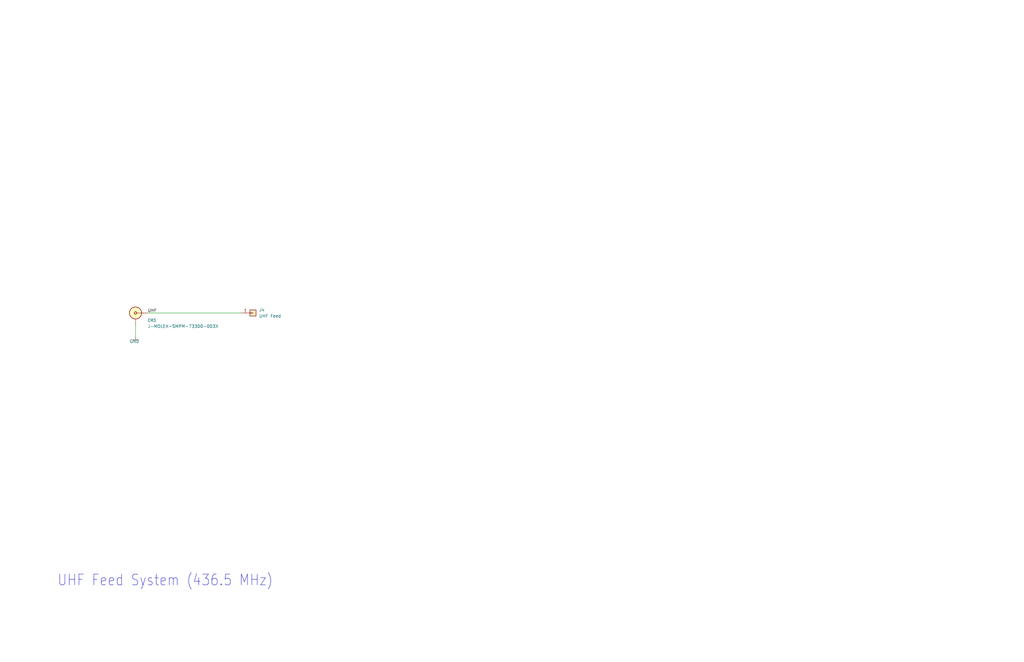
<source format=kicad_sch>
(kicad_sch (version 20230121) (generator eeschema)
  (paper "USLedger")
  (title_block (title "+Z End Card w/ Turnstile") (rev "1.0"))
  (lib_symbols
    (symbol "Connector_Generic:Conn_01x01" (pin_names (offset 1.016) hide)
      (property "Reference" "J" (at 0 2.54 0))
      (property "Value" "Conn_01x01" (at 0 -2.54 0))
      (symbol "Conn_01x01_1_1"
        (rectangle (start -1.27 0.127) (end 0 -0.127) (stroke (width 0.1524)))
        (rectangle (start -1.27 1.27) (end 1.27 -1.27) (stroke (width 0.254)) (fill (type background)))
        (pin passive line (at -5.08 0 0) (length 3.81) (name "Pin_1") (number "1"))
      )
    )
    (symbol "oresat-connectors:J-MOLEX-SMPM-73300-002X"
      (property "Reference" "J" (at 5.08 -3.81 0))
      (property "Value" "733000020" (at 5.08 -6.35 0))
      (symbol "J-MOLEX-SMPM-73300-002X_1_0"
        (polyline (pts (xy 0.508 0) (xy 3.556 0)) (stroke (width 0.1524)))
        (circle (center 0 0) (radius 0.508) (stroke (width 0.254)))
        (circle (center 0 0) (radius 2.54) (stroke (width 0.254)) (fill (type background)))
        (pin passive line (at 0 -5.08 90) (length 2.54) (name "SHLD") (number "SHLD"))
        (pin passive line (at 5.08 0 180) (length 2.54) (name "SIG") (number "SIG"))
      )
    )
    (symbol "oresat-power:GND" (power) (pin_names (offset 0))
      (property "Value" "GND" (at 0 -2.54 0))
      (symbol "GND_0_1"
        (polyline (pts (xy 0 0) (xy 0 -1.27) (xy 1.27 -1.27) (xy 0 -1.27) (xy -1.27 -1.27) (xy 0 -1.27)))
      )
      (symbol "GND_1_1"
        (pin power_in line (at 0 0 270) (length 0) hide (name "GND") (number "1"))
      )
    )
  )
  (wire (pts (xy 57.15 137.16) (xy 57.15 142.24)))
  (wire (pts (xy 101.6 132.08) (xy 62.23 132.08)))
  (text "UHF Feed System (436.5 MHz)" (at 24.13 247.65 0) (effects (font (size 4.572 3.8862)) (justify left bottom)))
  (label "UHF" (at 62.23 132.08 0) (effects (font (size 1.2446 1.2446))))
  (symbol (lib_id "Connector_Generic:Conn_01x01") (at 106.68 132.08 0) (unit 1)
    (property "Reference" "J4" (at 109.22 130.81 0) (effects (justify left)))
    (property "Value" "UHF Feed" (at 109.22 133.35 0) (effects (justify left)))
    (property "Footprint" "Connector_Pin:Pin_D1.0mm_L10.0mm" (effects hide))
  )
  (symbol (lib_id "oresat-power:GND") (at 57.15 142.24 0) (unit 1)
    (property "Reference" "#GND011" (effects hide))
    (property "Value" "GND" (at 54.61 144.78 0) (effects (justify left bottom)))
    (property "Footprint" "plusz-end-card-with-turnstile:" (effects hide))
  )
  (symbol (lib_id "oresat-connectors:J-MOLEX-SMPM-73300-002X") (at 57.15 132.08 0) (unit 1)
    (property "Reference" "CM3" (at 62.23 135.89 0) (effects (font (size 1.27 1.0795)) (justify left bottom)))
    (property "Value" "J-MOLEX-SMPM-73300-003X" (at 62.23 138.43 0) (effects (justify left bottom)))
    (property "Footprint" "oresat-connectors:J-MOLEX-SMPM-073300-002X" (effects hide))
    (property "Datasheet" "https://tools.molex.com/pdm_docs/sd/733000020_sd.pdf" (effects hide))
  )
)
</source>
